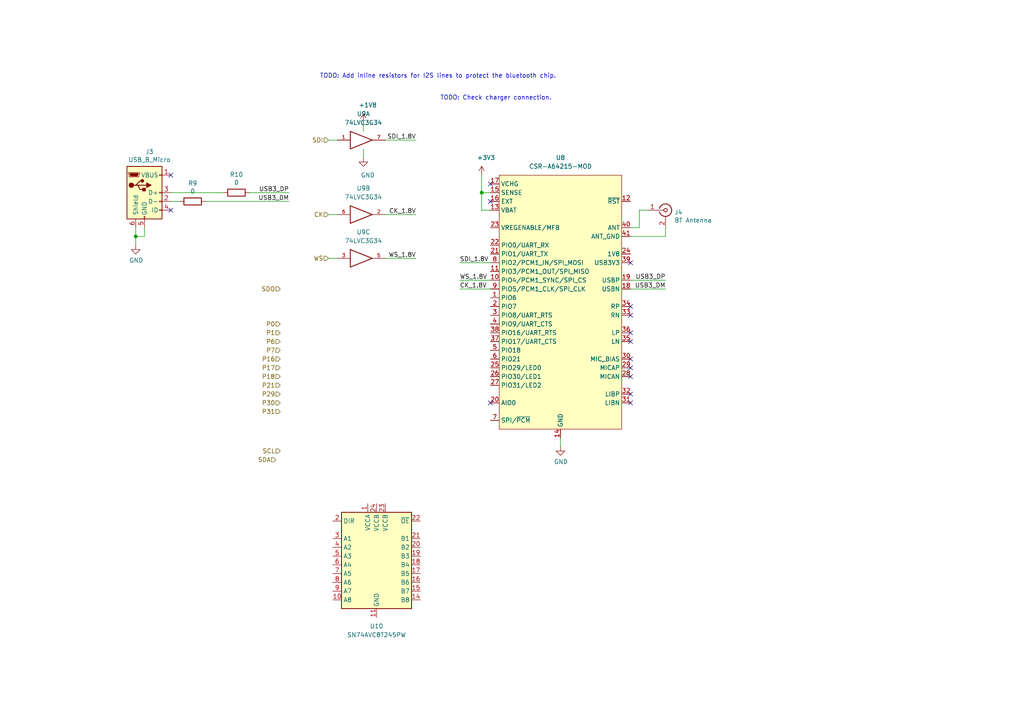
<source format=kicad_sch>
(kicad_sch (version 20201015) (generator eeschema)
  (page 1 7)
  (paper "A4")
  (lib_symbols
    (symbol "74xGxx:74LVC3G34" (pin_names (offset 1.016))
      (property "Reference" "U" (at -2.54 3.81 0))
      (property "Value" "74LVC3G34" (at 0 -3.81 0))
      (symbol "74LVC3G34_0_1"
        (polyline (pts (xy -3.81 2.54) (xy -3.81 -2.54) (xy 2.54 0) (xy -3.81 2.54)) (stroke (width 0.254)))
        (pin power_in line (at 0 -2.54 270) (length 0) hide (name "GND") (number "4"))
        (pin power_in line (at 0 2.54 90) (length 0) hide (name "VCC") (number "8"))
      )
      (symbol "74LVC3G34_1_1"
        (pin input line (at -7.62 0 0) (length 3.81) (name "~") (number "1"))
        (pin output line (at 6.35 0 180) (length 3.81) (name "~") (number "7"))
      )
      (symbol "74LVC3G34_2_1"
        (pin output line (at 6.35 0 180) (length 3.81) (name "~") (number "2"))
        (pin input line (at -7.62 0 0) (length 3.81) (name "~") (number "6"))
      )
      (symbol "74LVC3G34_3_1"
        (pin input line (at -7.62 0 0) (length 3.81) (name "~") (number "3"))
        (pin output line (at 6.35 0 180) (length 3.81) (name "~") (number "5"))
      )
    )
    (symbol "Connector:Conn_Coaxial" (pin_names (offset 1.016) hide)
      (property "Reference" "J" (at 0.254 3.048 0))
      (property "Value" "Conn_Coaxial" (at 2.921 0 90))
      (symbol "Conn_Coaxial_0_1"
        (arc (start -1.778 0.508) (end 1.778 0) (radius (at -0.0508 0) (length 1.8034) (angles 163.6 0)) (stroke (width 0.254)))
        (arc (start 1.778 0) (end -1.778 -0.508) (radius (at -0.0254 0) (length 1.8034) (angles 0 -163.8)) (stroke (width 0.254)))
        (circle (center 0 0) (radius 0.508) (stroke (width 0.2032)))
        (polyline (pts (xy -2.54 0) (xy -0.508 0)))
        (polyline (pts (xy 0 -2.54) (xy 0 -1.778)))
      )
      (symbol "Conn_Coaxial_1_1"
        (pin passive line (at -5.08 0 0) (length 2.54) (name "In") (number "1"))
        (pin passive line (at 0 -5.08 90) (length 2.54) (name "Ext") (number "2"))
      )
    )
    (symbol "Connector:USB_B_Micro" (pin_names (offset 1.016))
      (property "Reference" "J" (at -5.08 11.43 0))
      (property "Value" "USB_B_Micro" (at -5.08 8.89 0))
      (symbol "USB_B_Micro_0_1"
        (circle (center -3.81 2.159) (radius 0.635) (stroke (width 0.254)) (fill (type outline)))
        (circle (center -0.635 3.429) (radius 0.381) (stroke (width 0.254)) (fill (type outline)))
        (rectangle (start -5.08 -7.62) (end 5.08 7.62) (stroke (width 0.254)) (fill (type background)))
        (rectangle (start -0.127 -7.62) (end 0.127 -6.858))
        (rectangle (start 0.254 1.27) (end -0.508 0.508) (stroke (width 0.254)) (fill (type outline)))
        (rectangle (start 5.08 -5.207) (end 4.318 -4.953))
        (rectangle (start 5.08 -2.667) (end 4.318 -2.413))
        (rectangle (start 5.08 -0.127) (end 4.318 0.127))
        (rectangle (start 5.08 4.953) (end 4.318 5.207))
        (polyline (pts (xy -1.905 2.159) (xy 0.635 2.159)) (stroke (width 0.254)))
        (polyline (pts (xy -3.175 2.159) (xy -2.54 2.159) (xy -1.27 3.429) (xy -0.635 3.429)) (stroke (width 0.254)))
        (polyline (pts (xy -2.54 2.159) (xy -1.905 2.159) (xy -1.27 0.889) (xy 0 0.889)) (stroke (width 0.254)))
        (polyline (pts (xy 0.635 2.794) (xy 0.635 1.524) (xy 1.905 2.159) (xy 0.635 2.794)) (stroke (width 0.254)) (fill (type outline)))
        (polyline (pts (xy -4.318 5.588) (xy -1.778 5.588) (xy -2.032 4.826) (xy -4.064 4.826) (xy -4.318 5.588)) (fill (type outline)))
        (polyline (pts (xy -4.699 5.842) (xy -4.699 5.588) (xy -4.445 4.826) (xy -4.445 4.572) (xy -1.651 4.572) (xy -1.651 4.826) (xy -1.397 5.588) (xy -1.397 5.842) (xy -4.699 5.842)))
      )
      (symbol "USB_B_Micro_1_1"
        (pin power_out line (at 7.62 5.08 180) (length 2.54) (name "VBUS") (number "1"))
        (pin bidirectional line (at 7.62 -2.54 180) (length 2.54) (name "D-") (number "2"))
        (pin bidirectional line (at 7.62 0 180) (length 2.54) (name "D+") (number "3"))
        (pin passive line (at 7.62 -5.08 180) (length 2.54) (name "ID") (number "4"))
        (pin power_out line (at 0 -10.16 90) (length 2.54) (name "GND") (number "5"))
        (pin passive line (at -2.54 -10.16 90) (length 2.54) (name "Shield") (number "6"))
      )
    )
    (symbol "Device:R" (pin_numbers hide) (pin_names (offset 0))
      (property "Reference" "R" (at 2.032 0 90))
      (property "Value" "R" (at 0 0 90))
      (symbol "R_0_1"
        (rectangle (start -1.016 -2.54) (end 1.016 2.54) (stroke (width 0.254)))
      )
      (symbol "R_1_1"
        (pin passive line (at 0 3.81 270) (length 1.27) (name "~") (number "1"))
        (pin passive line (at 0 -3.81 90) (length 1.27) (name "~") (number "2"))
      )
    )
    (symbol "HackAmp-Symbols:CSR-A64215-MOD"
      (property "Reference" "U" (at -15.24 39.37 0))
      (property "Value" "CSR-A64215-MOD" (at 8.89 39.37 0))
      (symbol "CSR-A64215-MOD_0_1"
        (rectangle (start -17.78 38.1) (end 17.78 -35.56) (fill (type background)))
      )
      (symbol "CSR-A64215-MOD_1_1"
        (pin bidirectional line (at -20.32 2.54 0) (length 2.54) (name "PIO6") (number "1"))
        (pin bidirectional line (at -20.32 0 0) (length 2.54) (name "PIO7") (number "2"))
        (pin bidirectional line (at -20.32 -2.54 0) (length 2.54) (name "PIO8/UART_RTS") (number "3"))
        (pin bidirectional line (at -20.32 -5.08 0) (length 2.54) (name "PIO9/UART_CTS") (number "4"))
        (pin bidirectional line (at -20.32 -12.7 0) (length 2.54) (name "PIO18") (number "5"))
        (pin bidirectional line (at -20.32 -15.24 0) (length 2.54) (name "PIO21") (number "6"))
        (pin input line (at -20.32 -33.02 0) (length 2.54) (name "SPI/~PCM") (number "7"))
        (pin bidirectional line (at -20.32 12.7 0) (length 2.54) (name "PIO2/PCM1_IN/SPI_MOSI") (number "8"))
        (pin bidirectional line (at -20.32 5.08 0) (length 2.54) (name "PIO5/PCM1_CLK/SPI_CLK") (number "9"))
        (pin bidirectional line (at -20.32 7.62 0) (length 2.54) (name "PIO4/PCM1_SYNC/SPI_CS") (number "10"))
        (pin bidirectional line (at -20.32 10.16 0) (length 2.54) (name "PIO3/PCM1_OUT/SPI_MISO") (number "11"))
        (pin input line (at 20.32 30.48 180) (length 2.54) (name "~RST") (number "12"))
        (pin power_in line (at -20.32 27.94 0) (length 2.54) (name "VBAT") (number "13"))
        (pin power_in line (at 0 -38.1 90) (length 2.54) (name "GND") (number "14"))
        (pin bidirectional line (at 20.32 5.08 180) (length 2.54) (name "USBN") (number "18"))
        (pin bidirectional line (at -20.32 22.86 0) (length 2.54) (name "VREGENABLE/MFB") (number "23"))
        (pin power_out line (at 20.32 15.24 180) (length 2.54) (name "1V8") (number "24"))
        (pin output line (at -20.32 -17.78 0) (length 2.54) (name "PIO29/LED0") (number "25"))
        (pin output line (at -20.32 -20.32 0) (length 2.54) (name "PIO30/LED1") (number "26"))
        (pin output line (at -20.32 -22.86 0) (length 2.54) (name "PIO31/LED2") (number "27"))
        (pin bidirectional line (at 20.32 -20.32 180) (length 2.54) (name "MICAN") (number "28"))
        (pin bidirectional line (at 20.32 -17.78 180) (length 2.54) (name "MICAP") (number "29"))
        (pin bidirectional line (at 20.32 -15.24 180) (length 2.54) (name "MIC_BIAS") (number "30"))
        (pin bidirectional line (at 20.32 -27.94 180) (length 2.54) (name "LIBN") (number "31"))
        (pin bidirectional line (at 20.32 -25.4 180) (length 2.54) (name "LIBP") (number "32"))
        (pin bidirectional line (at 20.32 -2.54 180) (length 2.54) (name "RN") (number "33"))
        (pin bidirectional line (at 20.32 0 180) (length 2.54) (name "RP") (number "34"))
        (pin bidirectional line (at 20.32 -10.16 180) (length 2.54) (name "LN") (number "35"))
        (pin bidirectional line (at 20.32 -7.62 180) (length 2.54) (name "LP") (number "36"))
        (pin bidirectional line (at -20.32 -10.16 0) (length 2.54) (name "PIO17/UART_CTS") (number "37"))
        (pin bidirectional line (at -20.32 -7.62 0) (length 2.54) (name "PIO16/UART_RTS") (number "38"))
        (pin power_out line (at 20.32 12.7 180) (length 2.54) (name "USB3V3") (number "39"))
        (pin passive line (at 20.32 22.86 180) (length 2.54) (name "ANT") (number "40"))
        (pin passive line (at 20.32 20.32 180) (length 2.54) (name "ANT_GND") (number "41"))
        (pin power_in line (at -20.32 35.56 0) (length 2.54) (name "VCHG") (number "17"))
        (pin output line (at -20.32 30.48 0) (length 2.54) (name "EXT") (number "16"))
        (pin input line (at -20.32 33.02 0) (length 2.54) (name "SENSE") (number "15"))
        (pin bidirectional line (at 20.32 7.62 180) (length 2.54) (name "USBP") (number "19"))
        (pin power_in line (at -20.32 -27.94 0) (length 2.54) (name "AIO0") (number "20"))
        (pin bidirectional line (at -20.32 15.24 0) (length 2.54) (name "PIO1/UART_TX") (number "21"))
        (pin bidirectional line (at -20.32 17.78 0) (length 2.54) (name "PIO0/UART_RX") (number "22"))
      )
    )
    (symbol "Logic_LevelTranslator:SN74AVC8T245PW"
      (property "Reference" "U" (at -8.89 13.97 0))
      (property "Value" "SN74AVC8T245PW" (at 12.7 13.97 0))
      (symbol "SN74AVC8T245PW_0_1"
        (rectangle (start -10.16 12.7) (end 10.16 -15.24) (stroke (width 0.254)) (fill (type background)))
      )
      (symbol "SN74AVC8T245PW_1_1"
        (pin power_in line (at -2.54 15.24 270) (length 2.54) (name "VCCA") (number "1"))
        (pin bidirectional line (at -12.7 -12.7 0) (length 2.54) (name "A8") (number "10"))
        (pin power_in line (at 0 -17.78 90) (length 2.54) (name "GND") (number "11"))
        (pin passive line (at 0 -17.78 90) (length 2.54) hide (name "GND") (number "12"))
        (pin passive line (at 0 -17.78 90) (length 2.54) hide (name "GND") (number "13"))
        (pin bidirectional line (at 12.7 -12.7 180) (length 2.54) (name "B8") (number "14"))
        (pin bidirectional line (at 12.7 -10.16 180) (length 2.54) (name "B7") (number "15"))
        (pin bidirectional line (at 12.7 -7.62 180) (length 2.54) (name "B6") (number "16"))
        (pin bidirectional line (at 12.7 -5.08 180) (length 2.54) (name "B5") (number "17"))
        (pin bidirectional line (at 12.7 -2.54 180) (length 2.54) (name "B4") (number "18"))
        (pin bidirectional line (at 12.7 0 180) (length 2.54) (name "B3") (number "19"))
        (pin input line (at -12.7 10.16 0) (length 2.54) (name "DIR") (number "2"))
        (pin bidirectional line (at 12.7 2.54 180) (length 2.54) (name "B2") (number "20"))
        (pin bidirectional line (at 12.7 5.08 180) (length 2.54) (name "B1") (number "21"))
        (pin input line (at 12.7 10.16 180) (length 2.54) (name "~OE") (number "22"))
        (pin power_in line (at 2.54 15.24 270) (length 2.54) (name "VCCB") (number "23"))
        (pin power_in line (at 0 15.24 270) (length 2.54) (name "VCCB") (number "24"))
        (pin bidirectional line (at -12.7 5.08 0) (length 2.54) (name "A1") (number "3"))
        (pin bidirectional line (at -12.7 2.54 0) (length 2.54) (name "A2") (number "4"))
        (pin bidirectional line (at -12.7 0 0) (length 2.54) (name "A3") (number "5"))
        (pin bidirectional line (at -12.7 -2.54 0) (length 2.54) (name "A4") (number "6"))
        (pin bidirectional line (at -12.7 -5.08 0) (length 2.54) (name "A5") (number "7"))
        (pin bidirectional line (at -12.7 -7.62 0) (length 2.54) (name "A6") (number "8"))
        (pin bidirectional line (at -12.7 -10.16 0) (length 2.54) (name "A7") (number "9"))
      )
    )
    (symbol "power:+1V8" (power) (pin_names (offset 0))
      (property "Value" "+1V8" (at 0 3.556 0))
      (symbol "+1V8_0_1"
        (polyline (pts (xy -0.762 1.27) (xy 0 2.54)))
        (polyline (pts (xy 0 0) (xy 0 2.54)))
        (polyline (pts (xy 0 2.54) (xy 0.762 1.27)))
      )
      (symbol "+1V8_1_1"
        (pin power_in line (at 0 0 90) (length 0) hide (name "+1V8") (number "1"))
      )
    )
    (symbol "power:+3V3" (power) (pin_names (offset 0))
      (property "Value" "+3V3" (at 0 3.556 0))
      (symbol "+3V3_0_1"
        (polyline (pts (xy -0.762 1.27) (xy 0 2.54)))
        (polyline (pts (xy 0 0) (xy 0 2.54)))
        (polyline (pts (xy 0 2.54) (xy 0.762 1.27)))
      )
      (symbol "+3V3_1_1"
        (pin power_in line (at 0 0 90) (length 0) hide (name "+3V3") (number "1"))
      )
    )
    (symbol "power:GND" (power) (pin_names (offset 0))
      (property "Value" "GND" (at 0 -3.81 0))
      (symbol "GND_0_1"
        (polyline (pts (xy 0 0) (xy 0 -1.27) (xy 1.27 -1.27) (xy 0 -2.54) (xy -1.27 -1.27) (xy 0 -1.27)))
      )
      (symbol "GND_1_1"
        (pin power_in line (at 0 0 270) (length 0) hide (name "GND") (number "1"))
      )
    )
  )
  (junction (at 39.37 68.58) (diameter 0.9144))
  (junction (at 139.7 55.88) (diameter 0.9144))
  (no_connect (at 182.88 114.3))
  (no_connect (at 49.53 50.8))
  (no_connect (at 182.88 99.06))
  (no_connect (at 182.88 96.52))
  (no_connect (at 49.53 60.96))
  (no_connect (at 142.24 58.42))
  (no_connect (at 182.88 76.2))
  (no_connect (at 142.24 116.84))
  (no_connect (at 182.88 88.9))
  (no_connect (at 182.88 104.14))
  (no_connect (at 182.88 116.84))
  (no_connect (at 182.88 106.68))
  (no_connect (at 182.88 109.22))
  (no_connect (at 142.24 53.34))
  (no_connect (at 182.88 91.44))
  (wire (pts (xy 39.37 66.04) (xy 39.37 68.58)))
  (wire (pts (xy 39.37 68.58) (xy 39.37 71.12)))
  (wire (pts (xy 41.91 66.04) (xy 41.91 68.58)))
  (wire (pts (xy 41.91 68.58) (xy 39.37 68.58)))
  (wire (pts (xy 49.53 58.42) (xy 52.07 58.42)))
  (wire (pts (xy 59.69 58.42) (xy 83.82 58.42)))
  (wire (pts (xy 64.77 55.88) (xy 49.53 55.88)))
  (wire (pts (xy 72.39 55.88) (xy 83.82 55.88)))
  (wire (pts (xy 95.25 40.64) (xy 97.79 40.64)))
  (wire (pts (xy 95.25 62.23) (xy 97.79 62.23)))
  (wire (pts (xy 95.25 74.93) (xy 97.79 74.93)))
  (wire (pts (xy 105.41 35.56) (xy 105.41 38.1)))
  (wire (pts (xy 105.41 43.18) (xy 105.41 45.72)))
  (wire (pts (xy 111.76 40.64) (xy 120.65 40.64)))
  (wire (pts (xy 111.76 62.23) (xy 120.65 62.23)))
  (wire (pts (xy 111.76 74.93) (xy 120.65 74.93)))
  (wire (pts (xy 133.35 76.2) (xy 142.24 76.2)))
  (wire (pts (xy 133.35 81.28) (xy 142.24 81.28)))
  (wire (pts (xy 133.35 83.82) (xy 142.24 83.82)))
  (wire (pts (xy 139.7 50.8) (xy 139.7 55.88)))
  (wire (pts (xy 139.7 55.88) (xy 139.7 60.96)))
  (wire (pts (xy 139.7 55.88) (xy 142.24 55.88)))
  (wire (pts (xy 139.7 60.96) (xy 142.24 60.96)))
  (wire (pts (xy 162.56 127) (xy 162.56 129.54)))
  (wire (pts (xy 182.88 66.04) (xy 185.42 66.04)))
  (wire (pts (xy 182.88 81.28) (xy 193.04 81.28)))
  (wire (pts (xy 182.88 83.82) (xy 193.04 83.82)))
  (wire (pts (xy 185.42 60.96) (xy 187.96 60.96)))
  (wire (pts (xy 185.42 66.04) (xy 185.42 60.96)))
  (wire (pts (xy 193.04 66.04) (xy 193.04 68.58)))
  (wire (pts (xy 193.04 68.58) (xy 182.88 68.58)))
  (text "TODO: Check charger connection." (at 160.02 29.21 180) (effects (font (size 1.27 1.27)) (justify right bottom)))
  (text "TODO: Add inline resistors for I2S lines to protect the bluetooth chip." (at 161.29 22.86 0) (effects (font (size 1.27 1.27)) (justify right bottom)))
  (label "USB3_DP" (at 83.82 55.88 180))
  (label "USB3_DM" (at 83.82 58.42 180))
  (label "SDI_1.8V" (at 120.65 40.64 180))
  (label "CK_1.8V" (at 120.65 62.23 180))
  (label "WS_1.8V" (at 120.65 74.93 180))
  (label "SDI_1.8V" (at 133.35 76.2 0))
  (label "WS_1.8V" (at 133.35 81.28 0))
  (label "CK_1.8V" (at 133.35 83.82 0))
  (label "USB3_DP" (at 193.04 81.28 180))
  (label "USB3_DM" (at 193.04 83.82 180))
  (hierarchical_label "SDA" (shape input) (at 80.01 133.35 180))
  (hierarchical_label "SDO" (shape input) (at 81.28 83.82 180))
  (hierarchical_label "P0" (shape input) (at 81.28 93.98 180))
  (hierarchical_label "P1" (shape input) (at 81.28 96.52 180))
  (hierarchical_label "P6" (shape input) (at 81.28 99.06 180))
  (hierarchical_label "P7" (shape input) (at 81.28 101.6 180))
  (hierarchical_label "P16" (shape input) (at 81.28 104.14 180))
  (hierarchical_label "P17" (shape input) (at 81.28 106.68 180))
  (hierarchical_label "P18" (shape input) (at 81.28 109.22 180))
  (hierarchical_label "P21" (shape input) (at 81.28 111.76 180))
  (hierarchical_label "P29" (shape input) (at 81.28 114.3 180))
  (hierarchical_label "P30" (shape input) (at 81.28 116.84 180))
  (hierarchical_label "P31" (shape input) (at 81.28 119.38 180))
  (hierarchical_label "SCL" (shape input) (at 81.28 130.81 180))
  (hierarchical_label "SDI" (shape input) (at 95.25 40.64 180))
  (hierarchical_label "CK" (shape input) (at 95.25 62.23 180))
  (hierarchical_label "WS" (shape input) (at 95.25 74.93 180))
  (symbol (lib_id "power:+1V8") (at 105.41 35.56 0) (unit 1)
    (property "Reference" "#PWR0161" (effects hide))
    (property "Value" "+1V8" (at 106.68 30.48 0))
  )
  (symbol (lib_id "power:+3V3") (at 139.7 50.8 0) (unit 1)
    (property "Reference" "#PWR0160" (effects hide))
    (property "Value" "+3V3" (at 140.97 45.72 0))
  )
  (symbol (lib_id "power:GND") (at 39.37 71.12 0) (unit 1)
    (property "Reference" "#PWR0107" (effects hide))
    (property "Value" "GND" (at 39.497 75.5142 0))
  )
  (symbol (lib_id "power:GND") (at 105.41 45.72 0) (unit 1)
    (property "Reference" "#PWR0162" (effects hide))
    (property "Value" "GND" (at 106.68 50.8 0))
  )
  (symbol (lib_id "power:GND") (at 162.56 129.54 0) (unit 1)
    (property "Reference" "#PWR0159" (effects hide))
    (property "Value" "GND" (at 162.687 133.9342 0))
  )
  (symbol (lib_id "Device:R") (at 55.88 58.42 270) (unit 1)
    (property "Reference" "R9" (at 55.88 53.1622 90))
    (property "Value" "0" (at 55.88 55.474 90))
    (property "Footprint" "Resistor_SMD:R_0603_1608Metric" (effects hide))
  )
  (symbol (lib_id "Device:R") (at 68.58 55.88 270) (unit 1)
    (property "Reference" "R10" (at 68.58 50.6222 90))
    (property "Value" "0" (at 68.58 52.934 90))
    (property "Footprint" "Resistor_SMD:R_0603_1608Metric" (effects hide))
  )
  (symbol (lib_id "Connector:Conn_Coaxial") (at 193.04 60.96 0) (unit 1)
    (property "Reference" "J4" (at 195.58 61.595 0) (effects (justify left)))
    (property "Value" "BT Antenna" (at 195.58 63.9064 0) (effects (justify left)))
    (property "Footprint" "Connector_Coaxial:U.FL_Hirose_U.FL-R-SMT-1_Vertical" (effects hide))
    (property "Datasheet" " ~" (effects hide))
  )
  (symbol (lib_id "74xGxx:74LVC3G34") (at 105.41 40.64 0) (unit 1)
    (property "Reference" "U9" (at 105.41 33.02 0))
    (property "Value" "74LVC3G34" (at 105.41 35.56 0))
    (property "Footprint" "Package_SO:VSSOP-8_2.3x2mm_P0.5mm" (effects hide))
    (property "Datasheet" "http://www.ti.com/lit/sg/scyt129e/scyt129e.pdf" (effects hide))
  )
  (symbol (lib_id "74xGxx:74LVC3G34") (at 105.41 62.23 0) (unit 2)
    (property "Reference" "U9" (at 105.41 54.61 0))
    (property "Value" "74LVC3G34" (at 105.41 57.15 0))
    (property "Footprint" "Package_SO:VSSOP-8_2.3x2mm_P0.5mm" (effects hide))
    (property "Datasheet" "http://www.ti.com/lit/sg/scyt129e/scyt129e.pdf" (effects hide))
  )
  (symbol (lib_id "74xGxx:74LVC3G34") (at 105.41 74.93 0) (unit 3)
    (property "Reference" "U9" (at 105.41 67.31 0))
    (property "Value" "74LVC3G34" (at 105.41 69.85 0))
    (property "Footprint" "Package_SO:VSSOP-8_2.3x2mm_P0.5mm" (effects hide))
    (property "Datasheet" "http://www.ti.com/lit/sg/scyt129e/scyt129e.pdf" (effects hide))
  )
  (symbol (lib_id "Connector:USB_B_Micro") (at 41.91 55.88 0) (unit 1)
    (property "Reference" "J3" (at 43.3578 44.0182 0))
    (property "Value" "USB_B_Micro" (at 43.3578 46.3296 0))
    (property "Footprint" "Connector_USB:USB_Micro-B_Amphenol_10104110_Horizontal" (effects hide))
  )
  (symbol (lib_id "Logic_LevelTranslator:SN74AVC8T245PW") (at 109.22 161.29 0) (unit 1)
    (property "Reference" "U10" (at 109.22 181.61 0))
    (property "Value" "SN74AVC8T245PW" (at 109.22 184.15 0))
    (property "Footprint" "Package_SO:TSSOP-24_4.4x7.8mm_P0.65mm" (effects hide))
    (property "Datasheet" "https://www.ti.com/lit/ds/symlink/sn74avc8t245.pdf" (effects hide))
  )
  (symbol (lib_id "HackAmp-Symbols:CSR-A64215-MOD") (at 162.56 88.9 0) (unit 1)
    (property "Reference" "U8" (at 162.56 45.72 0))
    (property "Value" "CSR-A64215-MOD" (at 162.56 48.26 0))
    (property "Footprint" "HackAmp-Footprints:CSRA64215" (effects hide))
  )
)
</source>
